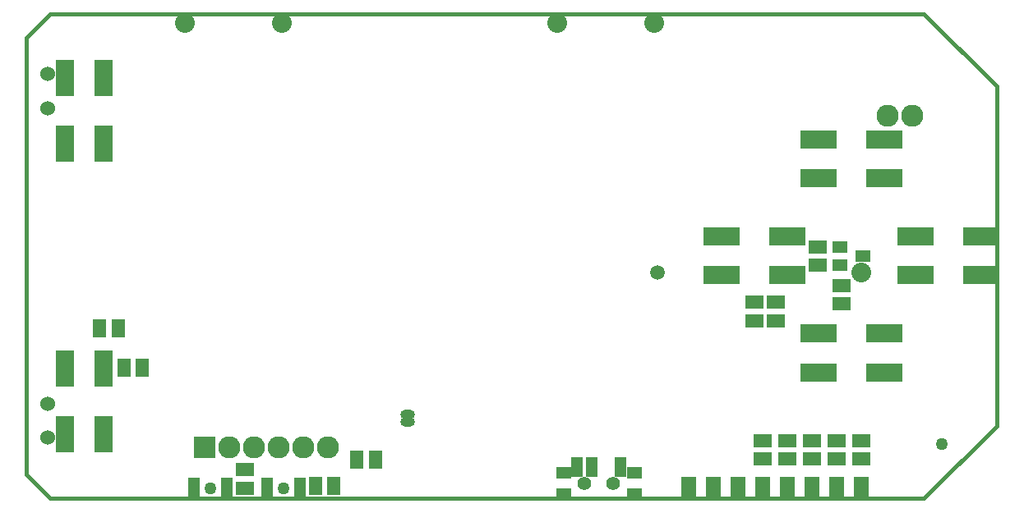
<source format=gbs>
G04 (created by PCBNEW-RS274X (2012-jan-04)-testing) date Wed 23 May 2012 23:15:24 BST*
G01*
G70*
G90*
%MOIN*%
G04 Gerber Fmt 3.4, Leading zero omitted, Abs format*
%FSLAX34Y34*%
G04 APERTURE LIST*
%ADD10C,0.006000*%
%ADD11C,0.015000*%
%ADD12R,0.059000X0.048000*%
%ADD13R,0.075000X0.055000*%
%ADD14R,0.055000X0.075000*%
%ADD15C,0.059400*%
%ADD16C,0.080000*%
%ADD17C,0.090000*%
%ADD18R,0.090000X0.090000*%
%ADD19R,0.075000X0.146000*%
%ADD20R,0.146000X0.075000*%
%ADD21R,0.064300X0.080000*%
%ADD22O,0.059400X0.037700*%
%ADD23C,0.060000*%
%ADD24R,0.051500X0.086900*%
%ADD25C,0.049500*%
%ADD26C,0.055400*%
%ADD27R,0.059400X0.051500*%
%ADD28R,0.047600X0.079100*%
G04 APERTURE END LIST*
G54D10*
G54D11*
X39369Y16733D02*
X39370Y16733D01*
X36417Y19685D02*
X39369Y16733D01*
X00984Y19685D02*
X00000Y18701D01*
X36417Y19685D02*
X00984Y19685D01*
X36417Y00000D02*
X39370Y02953D01*
X00000Y00984D02*
X00000Y00985D01*
X00984Y00000D02*
X00000Y00984D01*
X36417Y00000D02*
X00984Y00000D01*
X00000Y18701D02*
X00000Y00985D01*
X39370Y16733D02*
X39370Y02953D01*
G54D12*
X33937Y09843D03*
X32993Y09469D03*
X32993Y10217D03*
G54D13*
X29528Y07204D03*
X29528Y07954D03*
X30413Y07954D03*
X30413Y07204D03*
X29880Y02338D03*
X29880Y01588D03*
X30880Y02338D03*
X30880Y01588D03*
X31880Y02338D03*
X31880Y01588D03*
X32880Y02338D03*
X32880Y01588D03*
X33880Y02338D03*
X33880Y01588D03*
G54D14*
X03956Y05315D03*
X04706Y05315D03*
G54D13*
X08858Y00413D03*
X08858Y01163D03*
G54D14*
X11731Y00493D03*
X12481Y00493D03*
G54D13*
X33071Y07893D03*
X33071Y08643D03*
X32087Y10218D03*
X32087Y09468D03*
G54D14*
X13405Y01575D03*
X14155Y01575D03*
G54D15*
X25589Y09154D03*
G54D16*
X33858Y09154D03*
G54D17*
X35933Y15552D03*
X34933Y15552D03*
G54D18*
X07244Y02067D03*
G54D17*
X08244Y02067D03*
X09244Y02067D03*
X10244Y02067D03*
X11244Y02067D03*
X12244Y02067D03*
G54D16*
X21524Y19292D03*
X25461Y19292D03*
X10366Y19292D03*
X06429Y19292D03*
G54D14*
X02972Y06890D03*
X03722Y06890D03*
G54D19*
X03149Y02598D03*
X03149Y05276D03*
X01575Y05276D03*
X01575Y02598D03*
G54D20*
X28189Y09056D03*
X30867Y09056D03*
X30867Y10630D03*
X28189Y10630D03*
X36063Y09056D03*
X38741Y09056D03*
X38741Y10630D03*
X36063Y10630D03*
X32126Y12993D03*
X34804Y12993D03*
X34804Y14567D03*
X32126Y14567D03*
X32126Y05119D03*
X34804Y05119D03*
X34804Y06693D03*
X32126Y06693D03*
G54D19*
X01575Y17087D03*
X01575Y14409D03*
X03149Y14409D03*
X03149Y17087D03*
G54D21*
X26880Y00463D03*
X27880Y00463D03*
X28880Y00463D03*
X29880Y00463D03*
X30880Y00463D03*
X31880Y00463D03*
X32880Y00463D03*
X33880Y00463D03*
G54D22*
X15453Y03405D03*
X15453Y03091D03*
G54D23*
X00886Y03839D03*
X00886Y02461D03*
X00886Y17225D03*
X00886Y15847D03*
G54D24*
X06811Y00394D03*
X08149Y00394D03*
G54D25*
X07480Y00394D03*
G54D24*
X09764Y00394D03*
X11102Y00394D03*
G54D25*
X10433Y00394D03*
X37130Y02213D03*
G54D26*
X22637Y00591D03*
X23819Y00591D03*
G54D27*
X24665Y00158D03*
X24665Y01024D03*
X21791Y01024D03*
X21791Y00158D03*
G54D28*
X24114Y01280D03*
X22933Y01280D03*
X22342Y01280D03*
M02*

</source>
